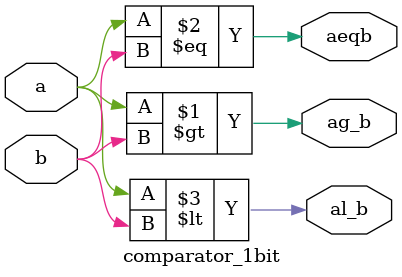
<source format=v>
module comparator_1bit(a, b, ag_b, aeqb, al_b);
    input a, b;
    output ag_b, aeqb, al_b;
    
    // Comparison logic
    assign ag_b = (a > b);  // a is greater than b
    assign aeqb = (a == b); // a is equal to b
    assign al_b = (a < b);  // a is less than b
endmodule

</source>
